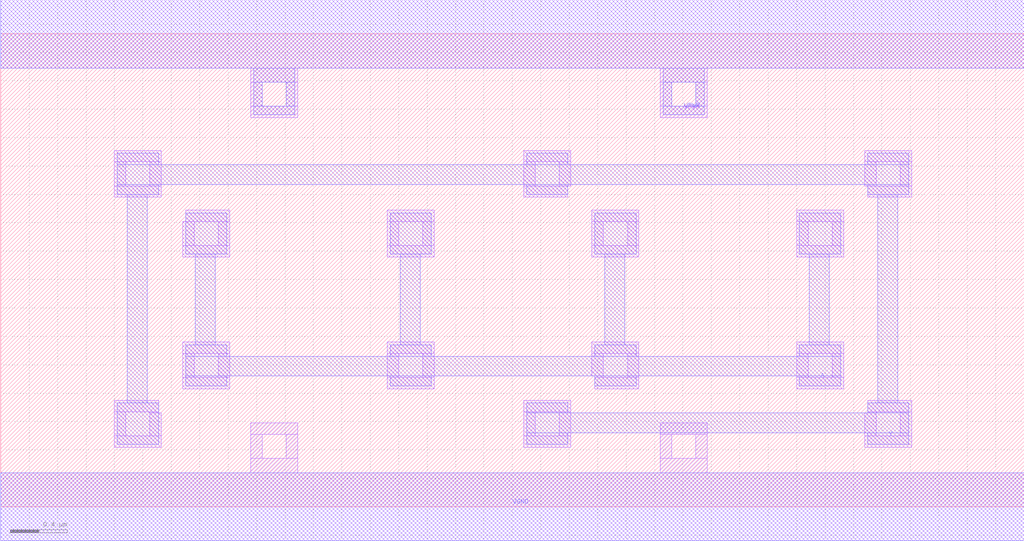
<source format=lef>
VERSION 5.7 ;
  NOWIREEXTENSIONATPIN ON ;
  DIVIDERCHAR "/" ;
  BUSBITCHARS "[]" ;
MACRO INVX8
  CLASS CORE ;
  FOREIGN INVX8 ;
  ORIGIN 0.000 0.000 ;
  SIZE 7.200 BY 3.330 ;
  SYMMETRY X Y R90 ;
  SITE unit ;
  PIN VPWR
    DIRECTION INOUT ;
    USE POWER ;
    SHAPE ABUTMENT ;
    PORT
      LAYER met1 ;
        RECT 0.000 3.090 7.200 3.570 ;
        RECT 1.780 2.990 2.070 3.090 ;
        RECT 1.780 2.820 1.840 2.990 ;
        RECT 2.010 2.820 2.070 2.990 ;
        RECT 1.780 2.760 2.070 2.820 ;
        RECT 4.660 2.990 4.950 3.090 ;
        RECT 4.660 2.820 4.720 2.990 ;
        RECT 4.890 2.820 4.950 2.990 ;
        RECT 4.660 2.760 4.950 2.820 ;
    END
    PORT
      LAYER li1 ;
        RECT 0.000 3.090 7.200 3.570 ;
        RECT 1.760 2.990 2.090 3.090 ;
        RECT 1.760 2.820 1.840 2.990 ;
        RECT 2.010 2.820 2.090 2.990 ;
        RECT 1.760 2.740 2.090 2.820 ;
        RECT 4.640 2.990 4.970 3.090 ;
        RECT 4.640 2.820 4.720 2.990 ;
        RECT 4.890 2.820 4.970 2.990 ;
        RECT 4.640 2.740 4.970 2.820 ;
    END
  END VPWR
  PIN VGND
    DIRECTION INOUT ;
    USE GROUND ;
    SHAPE ABUTMENT ;
    PORT
      LAYER met1 ;
        RECT 0.000 -0.240 7.200 0.240 ;
    END
    PORT
      LAYER li1 ;
        RECT 1.760 0.510 2.090 0.590 ;
        RECT 1.760 0.340 1.840 0.510 ;
        RECT 2.010 0.340 2.090 0.510 ;
        RECT 1.760 0.240 2.090 0.340 ;
        RECT 4.640 0.510 4.970 0.590 ;
        RECT 4.640 0.340 4.720 0.510 ;
        RECT 4.890 0.340 4.970 0.510 ;
        RECT 4.640 0.240 4.970 0.340 ;
        RECT 0.000 -0.240 7.200 0.240 ;
    END
  END VGND
  PIN Y
    DIRECTION INOUT ;
    USE SIGNAL ;
    SHAPE ABUTMENT ;
    PORT
      LAYER met1 ;
        RECT 0.820 2.410 1.110 2.490 ;
        RECT 3.700 2.410 3.990 2.490 ;
        RECT 6.100 2.410 6.390 2.490 ;
        RECT 0.820 2.270 6.390 2.410 ;
        RECT 0.820 2.200 1.110 2.270 ;
        RECT 3.700 2.200 3.990 2.270 ;
        RECT 6.100 2.200 6.390 2.270 ;
        RECT 0.890 0.730 1.030 2.200 ;
        RECT 6.170 0.730 6.310 2.200 ;
        RECT 0.820 0.440 1.110 0.730 ;
        RECT 3.700 0.660 3.990 0.730 ;
        RECT 6.100 0.660 6.390 0.730 ;
        RECT 3.700 0.520 6.390 0.660 ;
        RECT 3.700 0.440 3.990 0.520 ;
        RECT 6.100 0.440 6.390 0.520 ;
    END
  END Y
  PIN A
    DIRECTION INOUT ;
    USE SIGNAL ;
    SHAPE ABUTMENT ;
    PORT
      LAYER met1 ;
        RECT 1.300 1.780 1.590 2.070 ;
        RECT 2.740 1.780 3.030 2.070 ;
        RECT 4.180 1.780 4.470 2.070 ;
        RECT 5.620 1.780 5.910 2.070 ;
        RECT 1.370 1.140 1.510 1.780 ;
        RECT 2.810 1.140 2.950 1.780 ;
        RECT 4.250 1.140 4.390 1.780 ;
        RECT 5.690 1.140 5.830 1.780 ;
        RECT 1.300 1.060 1.590 1.140 ;
        RECT 2.740 1.060 3.030 1.140 ;
        RECT 4.180 1.060 4.470 1.140 ;
        RECT 5.620 1.060 5.910 1.140 ;
        RECT 1.300 0.920 5.910 1.060 ;
        RECT 1.300 0.850 1.590 0.920 ;
        RECT 2.740 0.850 3.030 0.920 ;
        RECT 4.180 0.850 4.470 0.920 ;
        RECT 5.620 0.850 5.910 0.920 ;
    END
  END A
  OBS
      LAYER li1 ;
        RECT 0.800 2.430 1.130 2.510 ;
        RECT 0.800 2.260 0.880 2.430 ;
        RECT 1.050 2.260 1.130 2.430 ;
        RECT 0.800 2.180 1.130 2.260 ;
        RECT 3.680 2.430 4.010 2.510 ;
        RECT 3.680 2.260 3.760 2.430 ;
        RECT 3.930 2.260 4.010 2.430 ;
        RECT 6.080 2.430 6.410 2.510 ;
        RECT 6.080 2.260 6.160 2.430 ;
        RECT 6.330 2.260 6.410 2.430 ;
        RECT 3.680 2.180 3.990 2.260 ;
        RECT 6.100 2.180 6.410 2.260 ;
        RECT 1.300 2.010 1.610 2.090 ;
        RECT 1.280 1.840 1.360 2.010 ;
        RECT 1.530 1.840 1.610 2.010 ;
        RECT 1.280 1.760 1.610 1.840 ;
        RECT 2.720 2.010 3.050 2.090 ;
        RECT 2.720 1.840 2.800 2.010 ;
        RECT 2.970 1.840 3.050 2.010 ;
        RECT 2.720 1.760 3.050 1.840 ;
        RECT 4.160 2.010 4.490 2.090 ;
        RECT 4.160 1.840 4.240 2.010 ;
        RECT 4.410 1.840 4.490 2.010 ;
        RECT 4.160 1.760 4.490 1.840 ;
        RECT 5.600 2.010 5.930 2.090 ;
        RECT 5.600 1.840 5.680 2.010 ;
        RECT 5.850 1.840 5.930 2.010 ;
        RECT 5.600 1.760 5.930 1.840 ;
        RECT 1.280 1.080 1.610 1.160 ;
        RECT 1.280 0.910 1.360 1.080 ;
        RECT 1.530 0.910 1.610 1.080 ;
        RECT 1.280 0.830 1.610 0.910 ;
        RECT 2.720 1.080 3.050 1.160 ;
        RECT 2.720 0.910 2.800 1.080 ;
        RECT 2.970 0.910 3.050 1.080 ;
        RECT 4.160 1.080 4.490 1.160 ;
        RECT 4.160 0.920 4.240 1.080 ;
        RECT 2.720 0.830 3.050 0.910 ;
        RECT 4.180 0.910 4.240 0.920 ;
        RECT 4.410 0.910 4.490 1.080 ;
        RECT 4.180 0.830 4.490 0.910 ;
        RECT 5.600 1.080 5.930 1.160 ;
        RECT 5.600 0.910 5.680 1.080 ;
        RECT 5.850 0.910 5.930 1.080 ;
        RECT 5.600 0.830 5.930 0.910 ;
        RECT 0.800 0.670 1.110 0.750 ;
        RECT 0.800 0.500 0.880 0.670 ;
        RECT 1.050 0.660 1.110 0.670 ;
        RECT 3.680 0.670 4.010 0.750 ;
        RECT 1.050 0.500 1.130 0.660 ;
        RECT 0.800 0.420 1.130 0.500 ;
        RECT 3.680 0.500 3.760 0.670 ;
        RECT 3.930 0.500 4.010 0.670 ;
        RECT 6.100 0.670 6.410 0.750 ;
        RECT 6.100 0.660 6.160 0.670 ;
        RECT 3.680 0.420 4.010 0.500 ;
        RECT 6.080 0.500 6.160 0.660 ;
        RECT 6.330 0.500 6.410 0.670 ;
        RECT 6.080 0.420 6.410 0.500 ;
  END
END INVX8
END LIBRARY


</source>
